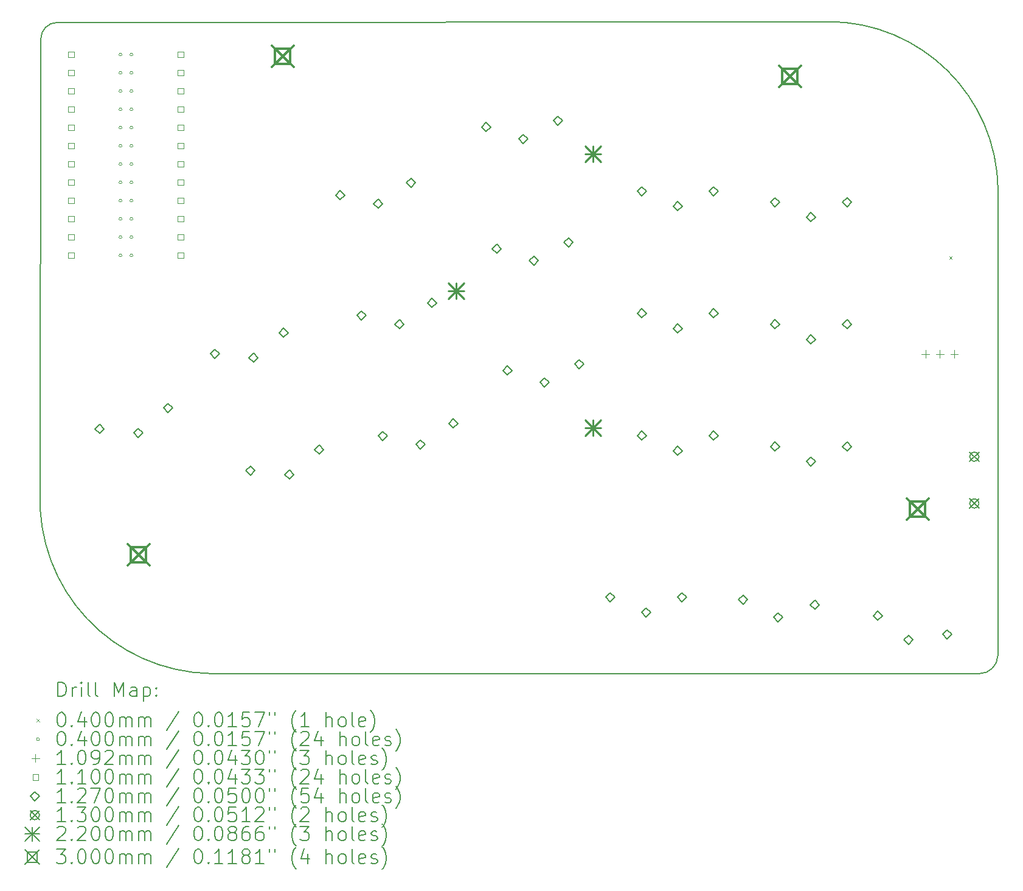
<source format=gbr>
%FSLAX45Y45*%
G04 Gerber Fmt 4.5, Leading zero omitted, Abs format (unit mm)*
G04 Created by KiCad (PCBNEW (6.0.4-0)) date 2022-07-27 11:57:40*
%MOMM*%
%LPD*%
G01*
G04 APERTURE LIST*
%TA.AperFunction,Profile*%
%ADD10C,0.150000*%
%TD*%
%ADD11C,0.200000*%
%ADD12C,0.040000*%
%ADD13C,0.109220*%
%ADD14C,0.110000*%
%ADD15C,0.127000*%
%ADD16C,0.130000*%
%ADD17C,0.220000*%
%ADD18C,0.300000*%
G04 APERTURE END LIST*
D10*
X13637800Y12447790D02*
X2904845Y12436755D01*
X2667000Y5892800D02*
X2676245Y12208155D01*
X16002000Y10109200D02*
G75*
G03*
X13637800Y12447790I-2364200J-25750D01*
G01*
X2667000Y5892800D02*
G75*
G03*
X5029200Y3379408I2415551J-96503D01*
G01*
X15742673Y3376991D02*
G75*
G03*
X16000102Y3632200I-3153J260619D01*
G01*
X16000102Y3632200D02*
X16002000Y10109200D01*
X15742673Y3376992D02*
X5029200Y3379408D01*
X2904845Y12436755D02*
G75*
G03*
X2676245Y12208155I0J-228600D01*
G01*
D11*
D12*
X15323011Y9184592D02*
X15363011Y9144592D01*
X15363011Y9184592D02*
X15323011Y9144592D01*
X3804600Y11988800D02*
G75*
G03*
X3804600Y11988800I-20000J0D01*
G01*
X3804600Y11734800D02*
G75*
G03*
X3804600Y11734800I-20000J0D01*
G01*
X3804600Y11480800D02*
G75*
G03*
X3804600Y11480800I-20000J0D01*
G01*
X3804600Y11226800D02*
G75*
G03*
X3804600Y11226800I-20000J0D01*
G01*
X3804600Y10972800D02*
G75*
G03*
X3804600Y10972800I-20000J0D01*
G01*
X3804600Y10718800D02*
G75*
G03*
X3804600Y10718800I-20000J0D01*
G01*
X3804600Y10464800D02*
G75*
G03*
X3804600Y10464800I-20000J0D01*
G01*
X3804600Y10210800D02*
G75*
G03*
X3804600Y10210800I-20000J0D01*
G01*
X3804600Y9956800D02*
G75*
G03*
X3804600Y9956800I-20000J0D01*
G01*
X3804600Y9702800D02*
G75*
G03*
X3804600Y9702800I-20000J0D01*
G01*
X3804600Y9448800D02*
G75*
G03*
X3804600Y9448800I-20000J0D01*
G01*
X3804600Y9194800D02*
G75*
G03*
X3804600Y9194800I-20000J0D01*
G01*
X3957000Y11988800D02*
G75*
G03*
X3957000Y11988800I-20000J0D01*
G01*
X3957000Y11734800D02*
G75*
G03*
X3957000Y11734800I-20000J0D01*
G01*
X3957000Y11480800D02*
G75*
G03*
X3957000Y11480800I-20000J0D01*
G01*
X3957000Y11226800D02*
G75*
G03*
X3957000Y11226800I-20000J0D01*
G01*
X3957000Y10972800D02*
G75*
G03*
X3957000Y10972800I-20000J0D01*
G01*
X3957000Y10718800D02*
G75*
G03*
X3957000Y10718800I-20000J0D01*
G01*
X3957000Y10464800D02*
G75*
G03*
X3957000Y10464800I-20000J0D01*
G01*
X3957000Y10210800D02*
G75*
G03*
X3957000Y10210800I-20000J0D01*
G01*
X3957000Y9956800D02*
G75*
G03*
X3957000Y9956800I-20000J0D01*
G01*
X3957000Y9702800D02*
G75*
G03*
X3957000Y9702800I-20000J0D01*
G01*
X3957000Y9448800D02*
G75*
G03*
X3957000Y9448800I-20000J0D01*
G01*
X3957000Y9194800D02*
G75*
G03*
X3957000Y9194800I-20000J0D01*
G01*
D13*
X14992400Y7877810D02*
X14992400Y7768590D01*
X14937790Y7823200D02*
X15047010Y7823200D01*
X15192400Y7877810D02*
X15192400Y7768590D01*
X15137790Y7823200D02*
X15247010Y7823200D01*
X15392400Y7877810D02*
X15392400Y7768590D01*
X15337790Y7823200D02*
X15447010Y7823200D01*
D14*
X3137691Y11949909D02*
X3137691Y12027691D01*
X3059909Y12027691D01*
X3059909Y11949909D01*
X3137691Y11949909D01*
X3137691Y11695909D02*
X3137691Y11773691D01*
X3059909Y11773691D01*
X3059909Y11695909D01*
X3137691Y11695909D01*
X3137691Y11441909D02*
X3137691Y11519691D01*
X3059909Y11519691D01*
X3059909Y11441909D01*
X3137691Y11441909D01*
X3137691Y11187909D02*
X3137691Y11265691D01*
X3059909Y11265691D01*
X3059909Y11187909D01*
X3137691Y11187909D01*
X3137691Y10933909D02*
X3137691Y11011691D01*
X3059909Y11011691D01*
X3059909Y10933909D01*
X3137691Y10933909D01*
X3137691Y10679909D02*
X3137691Y10757691D01*
X3059909Y10757691D01*
X3059909Y10679909D01*
X3137691Y10679909D01*
X3137691Y10425909D02*
X3137691Y10503691D01*
X3059909Y10503691D01*
X3059909Y10425909D01*
X3137691Y10425909D01*
X3137691Y10171909D02*
X3137691Y10249691D01*
X3059909Y10249691D01*
X3059909Y10171909D01*
X3137691Y10171909D01*
X3137691Y9917909D02*
X3137691Y9995691D01*
X3059909Y9995691D01*
X3059909Y9917909D01*
X3137691Y9917909D01*
X3137691Y9663909D02*
X3137691Y9741691D01*
X3059909Y9741691D01*
X3059909Y9663909D01*
X3137691Y9663909D01*
X3137691Y9409909D02*
X3137691Y9487691D01*
X3059909Y9487691D01*
X3059909Y9409909D01*
X3137691Y9409909D01*
X3137691Y9155909D02*
X3137691Y9233691D01*
X3059909Y9233691D01*
X3059909Y9155909D01*
X3137691Y9155909D01*
X4661691Y11949909D02*
X4661691Y12027691D01*
X4583909Y12027691D01*
X4583909Y11949909D01*
X4661691Y11949909D01*
X4661691Y11695909D02*
X4661691Y11773691D01*
X4583909Y11773691D01*
X4583909Y11695909D01*
X4661691Y11695909D01*
X4661691Y11441909D02*
X4661691Y11519691D01*
X4583909Y11519691D01*
X4583909Y11441909D01*
X4661691Y11441909D01*
X4661691Y11187909D02*
X4661691Y11265691D01*
X4583909Y11265691D01*
X4583909Y11187909D01*
X4661691Y11187909D01*
X4661691Y10933909D02*
X4661691Y11011691D01*
X4583909Y11011691D01*
X4583909Y10933909D01*
X4661691Y10933909D01*
X4661691Y10679909D02*
X4661691Y10757691D01*
X4583909Y10757691D01*
X4583909Y10679909D01*
X4661691Y10679909D01*
X4661691Y10425909D02*
X4661691Y10503691D01*
X4583909Y10503691D01*
X4583909Y10425909D01*
X4661691Y10425909D01*
X4661691Y10171909D02*
X4661691Y10249691D01*
X4583909Y10249691D01*
X4583909Y10171909D01*
X4661691Y10171909D01*
X4661691Y9917909D02*
X4661691Y9995691D01*
X4583909Y9995691D01*
X4583909Y9917909D01*
X4661691Y9917909D01*
X4661691Y9663909D02*
X4661691Y9741691D01*
X4583909Y9741691D01*
X4583909Y9663909D01*
X4661691Y9663909D01*
X4661691Y9409909D02*
X4661691Y9487691D01*
X4583909Y9487691D01*
X4583909Y9409909D01*
X4661691Y9409909D01*
X4661691Y9155909D02*
X4661691Y9233691D01*
X4583909Y9233691D01*
X4583909Y9155909D01*
X4661691Y9155909D01*
D15*
X3492911Y6719093D02*
X3556411Y6782593D01*
X3492911Y6846093D01*
X3429411Y6782593D01*
X3492911Y6719093D01*
X4032461Y6664455D02*
X4095961Y6727955D01*
X4032461Y6791455D01*
X3968961Y6727955D01*
X4032461Y6664455D01*
X4449215Y7011464D02*
X4512715Y7074964D01*
X4449215Y7138464D01*
X4385715Y7074964D01*
X4449215Y7011464D01*
X5099250Y7763538D02*
X5162750Y7827038D01*
X5099250Y7890538D01*
X5035750Y7827038D01*
X5099250Y7763538D01*
X5596281Y6137820D02*
X5659781Y6201320D01*
X5596281Y6264820D01*
X5532781Y6201320D01*
X5596281Y6137820D01*
X5638800Y7708900D02*
X5702300Y7772400D01*
X5638800Y7835900D01*
X5575300Y7772400D01*
X5638800Y7708900D01*
X6055554Y8055910D02*
X6119054Y8119410D01*
X6055554Y8182910D01*
X5992054Y8119410D01*
X6055554Y8055910D01*
X6135832Y6083182D02*
X6199332Y6146682D01*
X6135832Y6210182D01*
X6072332Y6146682D01*
X6135832Y6083182D01*
X6552586Y6430192D02*
X6616086Y6493692D01*
X6552586Y6557192D01*
X6489086Y6493692D01*
X6552586Y6430192D01*
X6843626Y9970732D02*
X6907126Y10034232D01*
X6843626Y10097732D01*
X6780126Y10034232D01*
X6843626Y9970732D01*
X7138828Y8296559D02*
X7202328Y8360059D01*
X7138828Y8423559D01*
X7075328Y8360059D01*
X7138828Y8296559D01*
X7372496Y9850746D02*
X7435996Y9914246D01*
X7372496Y9977746D01*
X7308996Y9914246D01*
X7372496Y9850746D01*
X7434030Y6622386D02*
X7497530Y6685886D01*
X7434030Y6749386D01*
X7370530Y6685886D01*
X7434030Y6622386D01*
X7667698Y8176573D02*
X7731198Y8240073D01*
X7667698Y8303573D01*
X7604198Y8240073D01*
X7667698Y8176573D01*
X7828434Y10144380D02*
X7891934Y10207880D01*
X7828434Y10271380D01*
X7764934Y10207880D01*
X7828434Y10144380D01*
X7962900Y6502400D02*
X8026400Y6565900D01*
X7962900Y6629400D01*
X7899400Y6565900D01*
X7962900Y6502400D01*
X8123636Y8470207D02*
X8187136Y8533707D01*
X8123636Y8597207D01*
X8060136Y8533707D01*
X8123636Y8470207D01*
X8418838Y6796034D02*
X8482338Y6859534D01*
X8418838Y6923034D01*
X8355338Y6859534D01*
X8418838Y6796034D01*
X8877370Y10919316D02*
X8940870Y10982816D01*
X8877370Y11046316D01*
X8813870Y10982816D01*
X8877370Y10919316D01*
X9025535Y9225785D02*
X9089035Y9289285D01*
X9025535Y9352785D01*
X8962035Y9289285D01*
X9025535Y9225785D01*
X9173700Y7532254D02*
X9237200Y7595754D01*
X9173700Y7659254D01*
X9110200Y7595754D01*
X9173700Y7532254D01*
X9393771Y10753693D02*
X9457271Y10817193D01*
X9393771Y10880693D01*
X9330271Y10817193D01*
X9393771Y10753693D01*
X9541935Y9060162D02*
X9605435Y9123662D01*
X9541935Y9187162D01*
X9478435Y9123662D01*
X9541935Y9060162D01*
X9690100Y7366631D02*
X9753600Y7430131D01*
X9690100Y7493631D01*
X9626600Y7430131D01*
X9690100Y7366631D01*
X9873565Y11006472D02*
X9937065Y11069972D01*
X9873565Y11133472D01*
X9810065Y11069972D01*
X9873565Y11006472D01*
X10021730Y9312941D02*
X10085230Y9376441D01*
X10021730Y9439941D01*
X9958230Y9376441D01*
X10021730Y9312941D01*
X10169895Y7619410D02*
X10233395Y7682910D01*
X10169895Y7746410D01*
X10106395Y7682910D01*
X10169895Y7619410D01*
X10601032Y4375338D02*
X10664532Y4438838D01*
X10601032Y4502338D01*
X10537532Y4438838D01*
X10601032Y4375338D01*
X11041109Y10025102D02*
X11104609Y10088602D01*
X11041109Y10152102D01*
X10977609Y10088602D01*
X11041109Y10025102D01*
X11041109Y8325102D02*
X11104609Y8388602D01*
X11041109Y8452102D01*
X10977609Y8388602D01*
X11041109Y8325102D01*
X11041109Y6625102D02*
X11104609Y6688602D01*
X11041109Y6752102D01*
X10977609Y6688602D01*
X11041109Y6625102D01*
X11101032Y4165338D02*
X11164532Y4228838D01*
X11101032Y4292338D01*
X11037532Y4228838D01*
X11101032Y4165338D01*
X11541109Y9815102D02*
X11604609Y9878602D01*
X11541109Y9942102D01*
X11477609Y9878602D01*
X11541109Y9815102D01*
X11541109Y8115102D02*
X11604609Y8178602D01*
X11541109Y8242102D01*
X11477609Y8178602D01*
X11541109Y8115102D01*
X11541109Y6415102D02*
X11604609Y6478602D01*
X11541109Y6542102D01*
X11477609Y6478602D01*
X11541109Y6415102D01*
X11601032Y4375338D02*
X11664532Y4438838D01*
X11601032Y4502338D01*
X11537532Y4438838D01*
X11601032Y4375338D01*
X12041109Y10025102D02*
X12104609Y10088602D01*
X12041109Y10152102D01*
X11977609Y10088602D01*
X12041109Y10025102D01*
X12041109Y8325102D02*
X12104609Y8388602D01*
X12041109Y8452102D01*
X11977609Y8388602D01*
X12041109Y8325102D01*
X12041109Y6625102D02*
X12104609Y6688602D01*
X12041109Y6752102D01*
X11977609Y6688602D01*
X12041109Y6625102D01*
X12454110Y4342104D02*
X12517610Y4405604D01*
X12454110Y4469104D01*
X12390610Y4405604D01*
X12454110Y4342104D01*
X12898500Y9874300D02*
X12962000Y9937800D01*
X12898500Y10001300D01*
X12835000Y9937800D01*
X12898500Y9874300D01*
X12898500Y8174300D02*
X12962000Y8237800D01*
X12898500Y8301300D01*
X12835000Y8237800D01*
X12898500Y8174300D01*
X12898500Y6474300D02*
X12962000Y6537800D01*
X12898500Y6601300D01*
X12835000Y6537800D01*
X12898500Y6474300D01*
X12938244Y4097737D02*
X13001744Y4161237D01*
X12938244Y4224737D01*
X12874744Y4161237D01*
X12938244Y4097737D01*
X13398500Y9664300D02*
X13462000Y9727800D01*
X13398500Y9791300D01*
X13335000Y9727800D01*
X13398500Y9664300D01*
X13398500Y7964300D02*
X13462000Y8027800D01*
X13398500Y8091300D01*
X13335000Y8027800D01*
X13398500Y7964300D01*
X13398500Y6264300D02*
X13462000Y6327800D01*
X13398500Y6391300D01*
X13335000Y6327800D01*
X13398500Y6264300D01*
X13451675Y4272347D02*
X13515175Y4335847D01*
X13451675Y4399347D01*
X13388175Y4335847D01*
X13451675Y4272347D01*
X13898500Y9874300D02*
X13962000Y9937800D01*
X13898500Y10001300D01*
X13835000Y9937800D01*
X13898500Y9874300D01*
X13898500Y8174300D02*
X13962000Y8237800D01*
X13898500Y8301300D01*
X13835000Y8237800D01*
X13898500Y8174300D01*
X13898500Y6474300D02*
X13962000Y6537800D01*
X13898500Y6601300D01*
X13835000Y6537800D01*
X13898500Y6474300D01*
X14328486Y4118458D02*
X14391986Y4181958D01*
X14328486Y4245458D01*
X14264986Y4181958D01*
X14328486Y4118458D01*
X14757097Y3786204D02*
X14820597Y3849704D01*
X14757097Y3913204D01*
X14693597Y3849704D01*
X14757097Y3786204D01*
X15294412Y3859639D02*
X15357912Y3923139D01*
X15294412Y3986639D01*
X15230912Y3923139D01*
X15294412Y3859639D01*
D16*
X15606800Y6460600D02*
X15736800Y6330600D01*
X15736800Y6460600D02*
X15606800Y6330600D01*
X15736800Y6395600D02*
G75*
G03*
X15736800Y6395600I-65000J0D01*
G01*
X15606800Y5810600D02*
X15736800Y5680600D01*
X15736800Y5810600D02*
X15606800Y5680600D01*
X15736800Y5745600D02*
G75*
G03*
X15736800Y5745600I-65000J0D01*
G01*
D17*
X8348200Y8809500D02*
X8568200Y8589500D01*
X8568200Y8809500D02*
X8348200Y8589500D01*
X8458200Y8809500D02*
X8458200Y8589500D01*
X8348200Y8699500D02*
X8568200Y8699500D01*
X10253200Y10714500D02*
X10473200Y10494500D01*
X10473200Y10714500D02*
X10253200Y10494500D01*
X10363200Y10714500D02*
X10363200Y10494500D01*
X10253200Y10604500D02*
X10473200Y10604500D01*
X10253200Y6904500D02*
X10473200Y6684500D01*
X10473200Y6904500D02*
X10253200Y6684500D01*
X10363200Y6904500D02*
X10363200Y6684500D01*
X10253200Y6794500D02*
X10473200Y6794500D01*
D18*
X3888600Y5179200D02*
X4188600Y4879200D01*
X4188600Y5179200D02*
X3888600Y4879200D01*
X4144667Y4923133D02*
X4144667Y5135267D01*
X3932533Y5135267D01*
X3932533Y4923133D01*
X4144667Y4923133D01*
X5895200Y12113400D02*
X6195200Y11813400D01*
X6195200Y12113400D02*
X5895200Y11813400D01*
X6151267Y11857333D02*
X6151267Y12069467D01*
X5939133Y12069467D01*
X5939133Y11857333D01*
X6151267Y11857333D01*
X12956400Y11834000D02*
X13256400Y11534000D01*
X13256400Y11834000D02*
X12956400Y11534000D01*
X13212467Y11577933D02*
X13212467Y11790067D01*
X13000333Y11790067D01*
X13000333Y11577933D01*
X13212467Y11577933D01*
X14734400Y5814200D02*
X15034400Y5514200D01*
X15034400Y5814200D02*
X14734400Y5514200D01*
X14990467Y5558133D02*
X14990467Y5770267D01*
X14778333Y5770267D01*
X14778333Y5558133D01*
X14990467Y5558133D01*
D11*
X2915192Y3059016D02*
X2915192Y3259016D01*
X2962811Y3259016D01*
X2991383Y3249492D01*
X3010430Y3230444D01*
X3019954Y3211397D01*
X3029478Y3173301D01*
X3029478Y3144730D01*
X3019954Y3106635D01*
X3010430Y3087587D01*
X2991383Y3068539D01*
X2962811Y3059016D01*
X2915192Y3059016D01*
X3115192Y3059016D02*
X3115192Y3192349D01*
X3115192Y3154254D02*
X3124716Y3173301D01*
X3134240Y3182825D01*
X3153287Y3192349D01*
X3172335Y3192349D01*
X3239002Y3059016D02*
X3239002Y3192349D01*
X3239002Y3259016D02*
X3229478Y3249492D01*
X3239002Y3239968D01*
X3248526Y3249492D01*
X3239002Y3259016D01*
X3239002Y3239968D01*
X3362811Y3059016D02*
X3343764Y3068539D01*
X3334240Y3087587D01*
X3334240Y3259016D01*
X3467573Y3059016D02*
X3448526Y3068539D01*
X3439002Y3087587D01*
X3439002Y3259016D01*
X3696145Y3059016D02*
X3696145Y3259016D01*
X3762811Y3116158D01*
X3829478Y3259016D01*
X3829478Y3059016D01*
X4010430Y3059016D02*
X4010430Y3163778D01*
X4000907Y3182825D01*
X3981859Y3192349D01*
X3943764Y3192349D01*
X3924716Y3182825D01*
X4010430Y3068539D02*
X3991383Y3059016D01*
X3943764Y3059016D01*
X3924716Y3068539D01*
X3915192Y3087587D01*
X3915192Y3106635D01*
X3924716Y3125682D01*
X3943764Y3135206D01*
X3991383Y3135206D01*
X4010430Y3144730D01*
X4105668Y3192349D02*
X4105668Y2992349D01*
X4105668Y3182825D02*
X4124716Y3192349D01*
X4162811Y3192349D01*
X4181859Y3182825D01*
X4191383Y3173301D01*
X4200907Y3154254D01*
X4200907Y3097111D01*
X4191383Y3078063D01*
X4181859Y3068539D01*
X4162811Y3059016D01*
X4124716Y3059016D01*
X4105668Y3068539D01*
X4286621Y3078063D02*
X4296145Y3068539D01*
X4286621Y3059016D01*
X4277097Y3068539D01*
X4286621Y3078063D01*
X4286621Y3059016D01*
X4286621Y3182825D02*
X4296145Y3173301D01*
X4286621Y3163778D01*
X4277097Y3173301D01*
X4286621Y3182825D01*
X4286621Y3163778D01*
D12*
X2617573Y2749492D02*
X2657573Y2709492D01*
X2657573Y2749492D02*
X2617573Y2709492D01*
D11*
X2953287Y2839016D02*
X2972335Y2839016D01*
X2991383Y2829492D01*
X3000907Y2819968D01*
X3010430Y2800920D01*
X3019954Y2762825D01*
X3019954Y2715206D01*
X3010430Y2677111D01*
X3000907Y2658063D01*
X2991383Y2648540D01*
X2972335Y2639016D01*
X2953287Y2639016D01*
X2934240Y2648540D01*
X2924716Y2658063D01*
X2915192Y2677111D01*
X2905668Y2715206D01*
X2905668Y2762825D01*
X2915192Y2800920D01*
X2924716Y2819968D01*
X2934240Y2829492D01*
X2953287Y2839016D01*
X3105668Y2658063D02*
X3115192Y2648540D01*
X3105668Y2639016D01*
X3096145Y2648540D01*
X3105668Y2658063D01*
X3105668Y2639016D01*
X3286621Y2772349D02*
X3286621Y2639016D01*
X3239002Y2848539D02*
X3191383Y2705682D01*
X3315192Y2705682D01*
X3429478Y2839016D02*
X3448526Y2839016D01*
X3467573Y2829492D01*
X3477097Y2819968D01*
X3486621Y2800920D01*
X3496145Y2762825D01*
X3496145Y2715206D01*
X3486621Y2677111D01*
X3477097Y2658063D01*
X3467573Y2648540D01*
X3448526Y2639016D01*
X3429478Y2639016D01*
X3410430Y2648540D01*
X3400907Y2658063D01*
X3391383Y2677111D01*
X3381859Y2715206D01*
X3381859Y2762825D01*
X3391383Y2800920D01*
X3400907Y2819968D01*
X3410430Y2829492D01*
X3429478Y2839016D01*
X3619954Y2839016D02*
X3639002Y2839016D01*
X3658049Y2829492D01*
X3667573Y2819968D01*
X3677097Y2800920D01*
X3686621Y2762825D01*
X3686621Y2715206D01*
X3677097Y2677111D01*
X3667573Y2658063D01*
X3658049Y2648540D01*
X3639002Y2639016D01*
X3619954Y2639016D01*
X3600907Y2648540D01*
X3591383Y2658063D01*
X3581859Y2677111D01*
X3572335Y2715206D01*
X3572335Y2762825D01*
X3581859Y2800920D01*
X3591383Y2819968D01*
X3600907Y2829492D01*
X3619954Y2839016D01*
X3772335Y2639016D02*
X3772335Y2772349D01*
X3772335Y2753301D02*
X3781859Y2762825D01*
X3800907Y2772349D01*
X3829478Y2772349D01*
X3848526Y2762825D01*
X3858049Y2743778D01*
X3858049Y2639016D01*
X3858049Y2743778D02*
X3867573Y2762825D01*
X3886621Y2772349D01*
X3915192Y2772349D01*
X3934240Y2762825D01*
X3943764Y2743778D01*
X3943764Y2639016D01*
X4039002Y2639016D02*
X4039002Y2772349D01*
X4039002Y2753301D02*
X4048526Y2762825D01*
X4067573Y2772349D01*
X4096145Y2772349D01*
X4115192Y2762825D01*
X4124716Y2743778D01*
X4124716Y2639016D01*
X4124716Y2743778D02*
X4134240Y2762825D01*
X4153287Y2772349D01*
X4181859Y2772349D01*
X4200907Y2762825D01*
X4210430Y2743778D01*
X4210430Y2639016D01*
X4600907Y2848539D02*
X4429478Y2591397D01*
X4858049Y2839016D02*
X4877097Y2839016D01*
X4896145Y2829492D01*
X4905669Y2819968D01*
X4915192Y2800920D01*
X4924716Y2762825D01*
X4924716Y2715206D01*
X4915192Y2677111D01*
X4905669Y2658063D01*
X4896145Y2648540D01*
X4877097Y2639016D01*
X4858049Y2639016D01*
X4839002Y2648540D01*
X4829478Y2658063D01*
X4819954Y2677111D01*
X4810430Y2715206D01*
X4810430Y2762825D01*
X4819954Y2800920D01*
X4829478Y2819968D01*
X4839002Y2829492D01*
X4858049Y2839016D01*
X5010430Y2658063D02*
X5019954Y2648540D01*
X5010430Y2639016D01*
X5000907Y2648540D01*
X5010430Y2658063D01*
X5010430Y2639016D01*
X5143764Y2839016D02*
X5162811Y2839016D01*
X5181859Y2829492D01*
X5191383Y2819968D01*
X5200907Y2800920D01*
X5210430Y2762825D01*
X5210430Y2715206D01*
X5200907Y2677111D01*
X5191383Y2658063D01*
X5181859Y2648540D01*
X5162811Y2639016D01*
X5143764Y2639016D01*
X5124716Y2648540D01*
X5115192Y2658063D01*
X5105669Y2677111D01*
X5096145Y2715206D01*
X5096145Y2762825D01*
X5105669Y2800920D01*
X5115192Y2819968D01*
X5124716Y2829492D01*
X5143764Y2839016D01*
X5400907Y2639016D02*
X5286621Y2639016D01*
X5343764Y2639016D02*
X5343764Y2839016D01*
X5324716Y2810444D01*
X5305669Y2791397D01*
X5286621Y2781873D01*
X5581859Y2839016D02*
X5486621Y2839016D01*
X5477097Y2743778D01*
X5486621Y2753301D01*
X5505669Y2762825D01*
X5553288Y2762825D01*
X5572335Y2753301D01*
X5581859Y2743778D01*
X5591383Y2724730D01*
X5591383Y2677111D01*
X5581859Y2658063D01*
X5572335Y2648540D01*
X5553288Y2639016D01*
X5505669Y2639016D01*
X5486621Y2648540D01*
X5477097Y2658063D01*
X5658049Y2839016D02*
X5791383Y2839016D01*
X5705668Y2639016D01*
X5858049Y2839016D02*
X5858049Y2800920D01*
X5934240Y2839016D02*
X5934240Y2800920D01*
X6229478Y2562825D02*
X6219954Y2572349D01*
X6200907Y2600920D01*
X6191383Y2619968D01*
X6181859Y2648540D01*
X6172335Y2696159D01*
X6172335Y2734254D01*
X6181859Y2781873D01*
X6191383Y2810444D01*
X6200907Y2829492D01*
X6219954Y2858063D01*
X6229478Y2867587D01*
X6410430Y2639016D02*
X6296145Y2639016D01*
X6353287Y2639016D02*
X6353287Y2839016D01*
X6334240Y2810444D01*
X6315192Y2791397D01*
X6296145Y2781873D01*
X6648526Y2639016D02*
X6648526Y2839016D01*
X6734240Y2639016D02*
X6734240Y2743778D01*
X6724716Y2762825D01*
X6705668Y2772349D01*
X6677097Y2772349D01*
X6658049Y2762825D01*
X6648526Y2753301D01*
X6858049Y2639016D02*
X6839002Y2648540D01*
X6829478Y2658063D01*
X6819954Y2677111D01*
X6819954Y2734254D01*
X6829478Y2753301D01*
X6839002Y2762825D01*
X6858049Y2772349D01*
X6886621Y2772349D01*
X6905668Y2762825D01*
X6915192Y2753301D01*
X6924716Y2734254D01*
X6924716Y2677111D01*
X6915192Y2658063D01*
X6905668Y2648540D01*
X6886621Y2639016D01*
X6858049Y2639016D01*
X7039002Y2639016D02*
X7019954Y2648540D01*
X7010430Y2667587D01*
X7010430Y2839016D01*
X7191383Y2648540D02*
X7172335Y2639016D01*
X7134240Y2639016D01*
X7115192Y2648540D01*
X7105668Y2667587D01*
X7105668Y2743778D01*
X7115192Y2762825D01*
X7134240Y2772349D01*
X7172335Y2772349D01*
X7191383Y2762825D01*
X7200907Y2743778D01*
X7200907Y2724730D01*
X7105668Y2705682D01*
X7267573Y2562825D02*
X7277097Y2572349D01*
X7296145Y2600920D01*
X7305668Y2619968D01*
X7315192Y2648540D01*
X7324716Y2696159D01*
X7324716Y2734254D01*
X7315192Y2781873D01*
X7305668Y2810444D01*
X7296145Y2829492D01*
X7277097Y2858063D01*
X7267573Y2867587D01*
D12*
X2657573Y2465492D02*
G75*
G03*
X2657573Y2465492I-20000J0D01*
G01*
D11*
X2953287Y2575016D02*
X2972335Y2575016D01*
X2991383Y2565492D01*
X3000907Y2555968D01*
X3010430Y2536920D01*
X3019954Y2498825D01*
X3019954Y2451206D01*
X3010430Y2413111D01*
X3000907Y2394063D01*
X2991383Y2384540D01*
X2972335Y2375016D01*
X2953287Y2375016D01*
X2934240Y2384540D01*
X2924716Y2394063D01*
X2915192Y2413111D01*
X2905668Y2451206D01*
X2905668Y2498825D01*
X2915192Y2536920D01*
X2924716Y2555968D01*
X2934240Y2565492D01*
X2953287Y2575016D01*
X3105668Y2394063D02*
X3115192Y2384540D01*
X3105668Y2375016D01*
X3096145Y2384540D01*
X3105668Y2394063D01*
X3105668Y2375016D01*
X3286621Y2508349D02*
X3286621Y2375016D01*
X3239002Y2584540D02*
X3191383Y2441682D01*
X3315192Y2441682D01*
X3429478Y2575016D02*
X3448526Y2575016D01*
X3467573Y2565492D01*
X3477097Y2555968D01*
X3486621Y2536920D01*
X3496145Y2498825D01*
X3496145Y2451206D01*
X3486621Y2413111D01*
X3477097Y2394063D01*
X3467573Y2384540D01*
X3448526Y2375016D01*
X3429478Y2375016D01*
X3410430Y2384540D01*
X3400907Y2394063D01*
X3391383Y2413111D01*
X3381859Y2451206D01*
X3381859Y2498825D01*
X3391383Y2536920D01*
X3400907Y2555968D01*
X3410430Y2565492D01*
X3429478Y2575016D01*
X3619954Y2575016D02*
X3639002Y2575016D01*
X3658049Y2565492D01*
X3667573Y2555968D01*
X3677097Y2536920D01*
X3686621Y2498825D01*
X3686621Y2451206D01*
X3677097Y2413111D01*
X3667573Y2394063D01*
X3658049Y2384540D01*
X3639002Y2375016D01*
X3619954Y2375016D01*
X3600907Y2384540D01*
X3591383Y2394063D01*
X3581859Y2413111D01*
X3572335Y2451206D01*
X3572335Y2498825D01*
X3581859Y2536920D01*
X3591383Y2555968D01*
X3600907Y2565492D01*
X3619954Y2575016D01*
X3772335Y2375016D02*
X3772335Y2508349D01*
X3772335Y2489301D02*
X3781859Y2498825D01*
X3800907Y2508349D01*
X3829478Y2508349D01*
X3848526Y2498825D01*
X3858049Y2479778D01*
X3858049Y2375016D01*
X3858049Y2479778D02*
X3867573Y2498825D01*
X3886621Y2508349D01*
X3915192Y2508349D01*
X3934240Y2498825D01*
X3943764Y2479778D01*
X3943764Y2375016D01*
X4039002Y2375016D02*
X4039002Y2508349D01*
X4039002Y2489301D02*
X4048526Y2498825D01*
X4067573Y2508349D01*
X4096145Y2508349D01*
X4115192Y2498825D01*
X4124716Y2479778D01*
X4124716Y2375016D01*
X4124716Y2479778D02*
X4134240Y2498825D01*
X4153287Y2508349D01*
X4181859Y2508349D01*
X4200907Y2498825D01*
X4210430Y2479778D01*
X4210430Y2375016D01*
X4600907Y2584540D02*
X4429478Y2327397D01*
X4858049Y2575016D02*
X4877097Y2575016D01*
X4896145Y2565492D01*
X4905669Y2555968D01*
X4915192Y2536920D01*
X4924716Y2498825D01*
X4924716Y2451206D01*
X4915192Y2413111D01*
X4905669Y2394063D01*
X4896145Y2384540D01*
X4877097Y2375016D01*
X4858049Y2375016D01*
X4839002Y2384540D01*
X4829478Y2394063D01*
X4819954Y2413111D01*
X4810430Y2451206D01*
X4810430Y2498825D01*
X4819954Y2536920D01*
X4829478Y2555968D01*
X4839002Y2565492D01*
X4858049Y2575016D01*
X5010430Y2394063D02*
X5019954Y2384540D01*
X5010430Y2375016D01*
X5000907Y2384540D01*
X5010430Y2394063D01*
X5010430Y2375016D01*
X5143764Y2575016D02*
X5162811Y2575016D01*
X5181859Y2565492D01*
X5191383Y2555968D01*
X5200907Y2536920D01*
X5210430Y2498825D01*
X5210430Y2451206D01*
X5200907Y2413111D01*
X5191383Y2394063D01*
X5181859Y2384540D01*
X5162811Y2375016D01*
X5143764Y2375016D01*
X5124716Y2384540D01*
X5115192Y2394063D01*
X5105669Y2413111D01*
X5096145Y2451206D01*
X5096145Y2498825D01*
X5105669Y2536920D01*
X5115192Y2555968D01*
X5124716Y2565492D01*
X5143764Y2575016D01*
X5400907Y2375016D02*
X5286621Y2375016D01*
X5343764Y2375016D02*
X5343764Y2575016D01*
X5324716Y2546444D01*
X5305669Y2527397D01*
X5286621Y2517873D01*
X5581859Y2575016D02*
X5486621Y2575016D01*
X5477097Y2479778D01*
X5486621Y2489301D01*
X5505669Y2498825D01*
X5553288Y2498825D01*
X5572335Y2489301D01*
X5581859Y2479778D01*
X5591383Y2460730D01*
X5591383Y2413111D01*
X5581859Y2394063D01*
X5572335Y2384540D01*
X5553288Y2375016D01*
X5505669Y2375016D01*
X5486621Y2384540D01*
X5477097Y2394063D01*
X5658049Y2575016D02*
X5791383Y2575016D01*
X5705668Y2375016D01*
X5858049Y2575016D02*
X5858049Y2536920D01*
X5934240Y2575016D02*
X5934240Y2536920D01*
X6229478Y2298825D02*
X6219954Y2308349D01*
X6200907Y2336920D01*
X6191383Y2355968D01*
X6181859Y2384540D01*
X6172335Y2432159D01*
X6172335Y2470254D01*
X6181859Y2517873D01*
X6191383Y2546444D01*
X6200907Y2565492D01*
X6219954Y2594063D01*
X6229478Y2603587D01*
X6296145Y2555968D02*
X6305668Y2565492D01*
X6324716Y2575016D01*
X6372335Y2575016D01*
X6391383Y2565492D01*
X6400907Y2555968D01*
X6410430Y2536920D01*
X6410430Y2517873D01*
X6400907Y2489301D01*
X6286621Y2375016D01*
X6410430Y2375016D01*
X6581859Y2508349D02*
X6581859Y2375016D01*
X6534240Y2584540D02*
X6486621Y2441682D01*
X6610430Y2441682D01*
X6839002Y2375016D02*
X6839002Y2575016D01*
X6924716Y2375016D02*
X6924716Y2479778D01*
X6915192Y2498825D01*
X6896145Y2508349D01*
X6867573Y2508349D01*
X6848526Y2498825D01*
X6839002Y2489301D01*
X7048526Y2375016D02*
X7029478Y2384540D01*
X7019954Y2394063D01*
X7010430Y2413111D01*
X7010430Y2470254D01*
X7019954Y2489301D01*
X7029478Y2498825D01*
X7048526Y2508349D01*
X7077097Y2508349D01*
X7096145Y2498825D01*
X7105668Y2489301D01*
X7115192Y2470254D01*
X7115192Y2413111D01*
X7105668Y2394063D01*
X7096145Y2384540D01*
X7077097Y2375016D01*
X7048526Y2375016D01*
X7229478Y2375016D02*
X7210430Y2384540D01*
X7200907Y2403587D01*
X7200907Y2575016D01*
X7381859Y2384540D02*
X7362811Y2375016D01*
X7324716Y2375016D01*
X7305668Y2384540D01*
X7296145Y2403587D01*
X7296145Y2479778D01*
X7305668Y2498825D01*
X7324716Y2508349D01*
X7362811Y2508349D01*
X7381859Y2498825D01*
X7391383Y2479778D01*
X7391383Y2460730D01*
X7296145Y2441682D01*
X7467573Y2384540D02*
X7486621Y2375016D01*
X7524716Y2375016D01*
X7543764Y2384540D01*
X7553287Y2403587D01*
X7553287Y2413111D01*
X7543764Y2432159D01*
X7524716Y2441682D01*
X7496145Y2441682D01*
X7477097Y2451206D01*
X7467573Y2470254D01*
X7467573Y2479778D01*
X7477097Y2498825D01*
X7496145Y2508349D01*
X7524716Y2508349D01*
X7543764Y2498825D01*
X7619954Y2298825D02*
X7629478Y2308349D01*
X7648526Y2336920D01*
X7658049Y2355968D01*
X7667573Y2384540D01*
X7677097Y2432159D01*
X7677097Y2470254D01*
X7667573Y2517873D01*
X7658049Y2546444D01*
X7648526Y2565492D01*
X7629478Y2594063D01*
X7619954Y2603587D01*
D13*
X2602963Y2256102D02*
X2602963Y2146882D01*
X2548353Y2201492D02*
X2657573Y2201492D01*
D11*
X3019954Y2111016D02*
X2905668Y2111016D01*
X2962811Y2111016D02*
X2962811Y2311016D01*
X2943764Y2282444D01*
X2924716Y2263397D01*
X2905668Y2253873D01*
X3105668Y2130063D02*
X3115192Y2120540D01*
X3105668Y2111016D01*
X3096145Y2120540D01*
X3105668Y2130063D01*
X3105668Y2111016D01*
X3239002Y2311016D02*
X3258049Y2311016D01*
X3277097Y2301492D01*
X3286621Y2291968D01*
X3296145Y2272920D01*
X3305668Y2234825D01*
X3305668Y2187206D01*
X3296145Y2149111D01*
X3286621Y2130063D01*
X3277097Y2120540D01*
X3258049Y2111016D01*
X3239002Y2111016D01*
X3219954Y2120540D01*
X3210430Y2130063D01*
X3200907Y2149111D01*
X3191383Y2187206D01*
X3191383Y2234825D01*
X3200907Y2272920D01*
X3210430Y2291968D01*
X3219954Y2301492D01*
X3239002Y2311016D01*
X3400907Y2111016D02*
X3439002Y2111016D01*
X3458049Y2120540D01*
X3467573Y2130063D01*
X3486621Y2158635D01*
X3496145Y2196730D01*
X3496145Y2272920D01*
X3486621Y2291968D01*
X3477097Y2301492D01*
X3458049Y2311016D01*
X3419954Y2311016D01*
X3400907Y2301492D01*
X3391383Y2291968D01*
X3381859Y2272920D01*
X3381859Y2225301D01*
X3391383Y2206254D01*
X3400907Y2196730D01*
X3419954Y2187206D01*
X3458049Y2187206D01*
X3477097Y2196730D01*
X3486621Y2206254D01*
X3496145Y2225301D01*
X3572335Y2291968D02*
X3581859Y2301492D01*
X3600907Y2311016D01*
X3648526Y2311016D01*
X3667573Y2301492D01*
X3677097Y2291968D01*
X3686621Y2272920D01*
X3686621Y2253873D01*
X3677097Y2225301D01*
X3562811Y2111016D01*
X3686621Y2111016D01*
X3772335Y2111016D02*
X3772335Y2244349D01*
X3772335Y2225301D02*
X3781859Y2234825D01*
X3800907Y2244349D01*
X3829478Y2244349D01*
X3848526Y2234825D01*
X3858049Y2215778D01*
X3858049Y2111016D01*
X3858049Y2215778D02*
X3867573Y2234825D01*
X3886621Y2244349D01*
X3915192Y2244349D01*
X3934240Y2234825D01*
X3943764Y2215778D01*
X3943764Y2111016D01*
X4039002Y2111016D02*
X4039002Y2244349D01*
X4039002Y2225301D02*
X4048526Y2234825D01*
X4067573Y2244349D01*
X4096145Y2244349D01*
X4115192Y2234825D01*
X4124716Y2215778D01*
X4124716Y2111016D01*
X4124716Y2215778D02*
X4134240Y2234825D01*
X4153287Y2244349D01*
X4181859Y2244349D01*
X4200907Y2234825D01*
X4210430Y2215778D01*
X4210430Y2111016D01*
X4600907Y2320540D02*
X4429478Y2063397D01*
X4858049Y2311016D02*
X4877097Y2311016D01*
X4896145Y2301492D01*
X4905669Y2291968D01*
X4915192Y2272920D01*
X4924716Y2234825D01*
X4924716Y2187206D01*
X4915192Y2149111D01*
X4905669Y2130063D01*
X4896145Y2120540D01*
X4877097Y2111016D01*
X4858049Y2111016D01*
X4839002Y2120540D01*
X4829478Y2130063D01*
X4819954Y2149111D01*
X4810430Y2187206D01*
X4810430Y2234825D01*
X4819954Y2272920D01*
X4829478Y2291968D01*
X4839002Y2301492D01*
X4858049Y2311016D01*
X5010430Y2130063D02*
X5019954Y2120540D01*
X5010430Y2111016D01*
X5000907Y2120540D01*
X5010430Y2130063D01*
X5010430Y2111016D01*
X5143764Y2311016D02*
X5162811Y2311016D01*
X5181859Y2301492D01*
X5191383Y2291968D01*
X5200907Y2272920D01*
X5210430Y2234825D01*
X5210430Y2187206D01*
X5200907Y2149111D01*
X5191383Y2130063D01*
X5181859Y2120540D01*
X5162811Y2111016D01*
X5143764Y2111016D01*
X5124716Y2120540D01*
X5115192Y2130063D01*
X5105669Y2149111D01*
X5096145Y2187206D01*
X5096145Y2234825D01*
X5105669Y2272920D01*
X5115192Y2291968D01*
X5124716Y2301492D01*
X5143764Y2311016D01*
X5381859Y2244349D02*
X5381859Y2111016D01*
X5334240Y2320540D02*
X5286621Y2177682D01*
X5410430Y2177682D01*
X5467573Y2311016D02*
X5591383Y2311016D01*
X5524716Y2234825D01*
X5553288Y2234825D01*
X5572335Y2225301D01*
X5581859Y2215778D01*
X5591383Y2196730D01*
X5591383Y2149111D01*
X5581859Y2130063D01*
X5572335Y2120540D01*
X5553288Y2111016D01*
X5496145Y2111016D01*
X5477097Y2120540D01*
X5467573Y2130063D01*
X5715192Y2311016D02*
X5734240Y2311016D01*
X5753287Y2301492D01*
X5762811Y2291968D01*
X5772335Y2272920D01*
X5781859Y2234825D01*
X5781859Y2187206D01*
X5772335Y2149111D01*
X5762811Y2130063D01*
X5753287Y2120540D01*
X5734240Y2111016D01*
X5715192Y2111016D01*
X5696145Y2120540D01*
X5686621Y2130063D01*
X5677097Y2149111D01*
X5667573Y2187206D01*
X5667573Y2234825D01*
X5677097Y2272920D01*
X5686621Y2291968D01*
X5696145Y2301492D01*
X5715192Y2311016D01*
X5858049Y2311016D02*
X5858049Y2272920D01*
X5934240Y2311016D02*
X5934240Y2272920D01*
X6229478Y2034825D02*
X6219954Y2044349D01*
X6200907Y2072920D01*
X6191383Y2091968D01*
X6181859Y2120540D01*
X6172335Y2168159D01*
X6172335Y2206254D01*
X6181859Y2253873D01*
X6191383Y2282444D01*
X6200907Y2301492D01*
X6219954Y2330063D01*
X6229478Y2339587D01*
X6286621Y2311016D02*
X6410430Y2311016D01*
X6343764Y2234825D01*
X6372335Y2234825D01*
X6391383Y2225301D01*
X6400907Y2215778D01*
X6410430Y2196730D01*
X6410430Y2149111D01*
X6400907Y2130063D01*
X6391383Y2120540D01*
X6372335Y2111016D01*
X6315192Y2111016D01*
X6296145Y2120540D01*
X6286621Y2130063D01*
X6648526Y2111016D02*
X6648526Y2311016D01*
X6734240Y2111016D02*
X6734240Y2215778D01*
X6724716Y2234825D01*
X6705668Y2244349D01*
X6677097Y2244349D01*
X6658049Y2234825D01*
X6648526Y2225301D01*
X6858049Y2111016D02*
X6839002Y2120540D01*
X6829478Y2130063D01*
X6819954Y2149111D01*
X6819954Y2206254D01*
X6829478Y2225301D01*
X6839002Y2234825D01*
X6858049Y2244349D01*
X6886621Y2244349D01*
X6905668Y2234825D01*
X6915192Y2225301D01*
X6924716Y2206254D01*
X6924716Y2149111D01*
X6915192Y2130063D01*
X6905668Y2120540D01*
X6886621Y2111016D01*
X6858049Y2111016D01*
X7039002Y2111016D02*
X7019954Y2120540D01*
X7010430Y2139587D01*
X7010430Y2311016D01*
X7191383Y2120540D02*
X7172335Y2111016D01*
X7134240Y2111016D01*
X7115192Y2120540D01*
X7105668Y2139587D01*
X7105668Y2215778D01*
X7115192Y2234825D01*
X7134240Y2244349D01*
X7172335Y2244349D01*
X7191383Y2234825D01*
X7200907Y2215778D01*
X7200907Y2196730D01*
X7105668Y2177682D01*
X7277097Y2120540D02*
X7296145Y2111016D01*
X7334240Y2111016D01*
X7353287Y2120540D01*
X7362811Y2139587D01*
X7362811Y2149111D01*
X7353287Y2168159D01*
X7334240Y2177682D01*
X7305668Y2177682D01*
X7286621Y2187206D01*
X7277097Y2206254D01*
X7277097Y2215778D01*
X7286621Y2234825D01*
X7305668Y2244349D01*
X7334240Y2244349D01*
X7353287Y2234825D01*
X7429478Y2034825D02*
X7439002Y2044349D01*
X7458049Y2072920D01*
X7467573Y2091968D01*
X7477097Y2120540D01*
X7486621Y2168159D01*
X7486621Y2206254D01*
X7477097Y2253873D01*
X7467573Y2282444D01*
X7458049Y2301492D01*
X7439002Y2330063D01*
X7429478Y2339587D01*
D14*
X2641465Y1898601D02*
X2641465Y1976383D01*
X2563682Y1976383D01*
X2563682Y1898601D01*
X2641465Y1898601D01*
D11*
X3019954Y1847016D02*
X2905668Y1847016D01*
X2962811Y1847016D02*
X2962811Y2047016D01*
X2943764Y2018444D01*
X2924716Y1999397D01*
X2905668Y1989873D01*
X3105668Y1866063D02*
X3115192Y1856539D01*
X3105668Y1847016D01*
X3096145Y1856539D01*
X3105668Y1866063D01*
X3105668Y1847016D01*
X3305668Y1847016D02*
X3191383Y1847016D01*
X3248526Y1847016D02*
X3248526Y2047016D01*
X3229478Y2018444D01*
X3210430Y1999397D01*
X3191383Y1989873D01*
X3429478Y2047016D02*
X3448526Y2047016D01*
X3467573Y2037492D01*
X3477097Y2027968D01*
X3486621Y2008920D01*
X3496145Y1970825D01*
X3496145Y1923206D01*
X3486621Y1885111D01*
X3477097Y1866063D01*
X3467573Y1856539D01*
X3448526Y1847016D01*
X3429478Y1847016D01*
X3410430Y1856539D01*
X3400907Y1866063D01*
X3391383Y1885111D01*
X3381859Y1923206D01*
X3381859Y1970825D01*
X3391383Y2008920D01*
X3400907Y2027968D01*
X3410430Y2037492D01*
X3429478Y2047016D01*
X3619954Y2047016D02*
X3639002Y2047016D01*
X3658049Y2037492D01*
X3667573Y2027968D01*
X3677097Y2008920D01*
X3686621Y1970825D01*
X3686621Y1923206D01*
X3677097Y1885111D01*
X3667573Y1866063D01*
X3658049Y1856539D01*
X3639002Y1847016D01*
X3619954Y1847016D01*
X3600907Y1856539D01*
X3591383Y1866063D01*
X3581859Y1885111D01*
X3572335Y1923206D01*
X3572335Y1970825D01*
X3581859Y2008920D01*
X3591383Y2027968D01*
X3600907Y2037492D01*
X3619954Y2047016D01*
X3772335Y1847016D02*
X3772335Y1980349D01*
X3772335Y1961301D02*
X3781859Y1970825D01*
X3800907Y1980349D01*
X3829478Y1980349D01*
X3848526Y1970825D01*
X3858049Y1951778D01*
X3858049Y1847016D01*
X3858049Y1951778D02*
X3867573Y1970825D01*
X3886621Y1980349D01*
X3915192Y1980349D01*
X3934240Y1970825D01*
X3943764Y1951778D01*
X3943764Y1847016D01*
X4039002Y1847016D02*
X4039002Y1980349D01*
X4039002Y1961301D02*
X4048526Y1970825D01*
X4067573Y1980349D01*
X4096145Y1980349D01*
X4115192Y1970825D01*
X4124716Y1951778D01*
X4124716Y1847016D01*
X4124716Y1951778D02*
X4134240Y1970825D01*
X4153287Y1980349D01*
X4181859Y1980349D01*
X4200907Y1970825D01*
X4210430Y1951778D01*
X4210430Y1847016D01*
X4600907Y2056539D02*
X4429478Y1799397D01*
X4858049Y2047016D02*
X4877097Y2047016D01*
X4896145Y2037492D01*
X4905669Y2027968D01*
X4915192Y2008920D01*
X4924716Y1970825D01*
X4924716Y1923206D01*
X4915192Y1885111D01*
X4905669Y1866063D01*
X4896145Y1856539D01*
X4877097Y1847016D01*
X4858049Y1847016D01*
X4839002Y1856539D01*
X4829478Y1866063D01*
X4819954Y1885111D01*
X4810430Y1923206D01*
X4810430Y1970825D01*
X4819954Y2008920D01*
X4829478Y2027968D01*
X4839002Y2037492D01*
X4858049Y2047016D01*
X5010430Y1866063D02*
X5019954Y1856539D01*
X5010430Y1847016D01*
X5000907Y1856539D01*
X5010430Y1866063D01*
X5010430Y1847016D01*
X5143764Y2047016D02*
X5162811Y2047016D01*
X5181859Y2037492D01*
X5191383Y2027968D01*
X5200907Y2008920D01*
X5210430Y1970825D01*
X5210430Y1923206D01*
X5200907Y1885111D01*
X5191383Y1866063D01*
X5181859Y1856539D01*
X5162811Y1847016D01*
X5143764Y1847016D01*
X5124716Y1856539D01*
X5115192Y1866063D01*
X5105669Y1885111D01*
X5096145Y1923206D01*
X5096145Y1970825D01*
X5105669Y2008920D01*
X5115192Y2027968D01*
X5124716Y2037492D01*
X5143764Y2047016D01*
X5381859Y1980349D02*
X5381859Y1847016D01*
X5334240Y2056539D02*
X5286621Y1913682D01*
X5410430Y1913682D01*
X5467573Y2047016D02*
X5591383Y2047016D01*
X5524716Y1970825D01*
X5553288Y1970825D01*
X5572335Y1961301D01*
X5581859Y1951778D01*
X5591383Y1932730D01*
X5591383Y1885111D01*
X5581859Y1866063D01*
X5572335Y1856539D01*
X5553288Y1847016D01*
X5496145Y1847016D01*
X5477097Y1856539D01*
X5467573Y1866063D01*
X5658049Y2047016D02*
X5781859Y2047016D01*
X5715192Y1970825D01*
X5743764Y1970825D01*
X5762811Y1961301D01*
X5772335Y1951778D01*
X5781859Y1932730D01*
X5781859Y1885111D01*
X5772335Y1866063D01*
X5762811Y1856539D01*
X5743764Y1847016D01*
X5686621Y1847016D01*
X5667573Y1856539D01*
X5658049Y1866063D01*
X5858049Y2047016D02*
X5858049Y2008920D01*
X5934240Y2047016D02*
X5934240Y2008920D01*
X6229478Y1770825D02*
X6219954Y1780349D01*
X6200907Y1808920D01*
X6191383Y1827968D01*
X6181859Y1856539D01*
X6172335Y1904158D01*
X6172335Y1942254D01*
X6181859Y1989873D01*
X6191383Y2018444D01*
X6200907Y2037492D01*
X6219954Y2066063D01*
X6229478Y2075587D01*
X6296145Y2027968D02*
X6305668Y2037492D01*
X6324716Y2047016D01*
X6372335Y2047016D01*
X6391383Y2037492D01*
X6400907Y2027968D01*
X6410430Y2008920D01*
X6410430Y1989873D01*
X6400907Y1961301D01*
X6286621Y1847016D01*
X6410430Y1847016D01*
X6581859Y1980349D02*
X6581859Y1847016D01*
X6534240Y2056539D02*
X6486621Y1913682D01*
X6610430Y1913682D01*
X6839002Y1847016D02*
X6839002Y2047016D01*
X6924716Y1847016D02*
X6924716Y1951778D01*
X6915192Y1970825D01*
X6896145Y1980349D01*
X6867573Y1980349D01*
X6848526Y1970825D01*
X6839002Y1961301D01*
X7048526Y1847016D02*
X7029478Y1856539D01*
X7019954Y1866063D01*
X7010430Y1885111D01*
X7010430Y1942254D01*
X7019954Y1961301D01*
X7029478Y1970825D01*
X7048526Y1980349D01*
X7077097Y1980349D01*
X7096145Y1970825D01*
X7105668Y1961301D01*
X7115192Y1942254D01*
X7115192Y1885111D01*
X7105668Y1866063D01*
X7096145Y1856539D01*
X7077097Y1847016D01*
X7048526Y1847016D01*
X7229478Y1847016D02*
X7210430Y1856539D01*
X7200907Y1875587D01*
X7200907Y2047016D01*
X7381859Y1856539D02*
X7362811Y1847016D01*
X7324716Y1847016D01*
X7305668Y1856539D01*
X7296145Y1875587D01*
X7296145Y1951778D01*
X7305668Y1970825D01*
X7324716Y1980349D01*
X7362811Y1980349D01*
X7381859Y1970825D01*
X7391383Y1951778D01*
X7391383Y1932730D01*
X7296145Y1913682D01*
X7467573Y1856539D02*
X7486621Y1847016D01*
X7524716Y1847016D01*
X7543764Y1856539D01*
X7553287Y1875587D01*
X7553287Y1885111D01*
X7543764Y1904158D01*
X7524716Y1913682D01*
X7496145Y1913682D01*
X7477097Y1923206D01*
X7467573Y1942254D01*
X7467573Y1951778D01*
X7477097Y1970825D01*
X7496145Y1980349D01*
X7524716Y1980349D01*
X7543764Y1970825D01*
X7619954Y1770825D02*
X7629478Y1780349D01*
X7648526Y1808920D01*
X7658049Y1827968D01*
X7667573Y1856539D01*
X7677097Y1904158D01*
X7677097Y1942254D01*
X7667573Y1989873D01*
X7658049Y2018444D01*
X7648526Y2037492D01*
X7629478Y2066063D01*
X7619954Y2075587D01*
D15*
X2594073Y1609992D02*
X2657573Y1673492D01*
X2594073Y1736992D01*
X2530573Y1673492D01*
X2594073Y1609992D01*
D11*
X3019954Y1583016D02*
X2905668Y1583016D01*
X2962811Y1583016D02*
X2962811Y1783016D01*
X2943764Y1754444D01*
X2924716Y1735397D01*
X2905668Y1725873D01*
X3105668Y1602063D02*
X3115192Y1592539D01*
X3105668Y1583016D01*
X3096145Y1592539D01*
X3105668Y1602063D01*
X3105668Y1583016D01*
X3191383Y1763968D02*
X3200907Y1773492D01*
X3219954Y1783016D01*
X3267573Y1783016D01*
X3286621Y1773492D01*
X3296145Y1763968D01*
X3305668Y1744920D01*
X3305668Y1725873D01*
X3296145Y1697301D01*
X3181859Y1583016D01*
X3305668Y1583016D01*
X3372335Y1783016D02*
X3505668Y1783016D01*
X3419954Y1583016D01*
X3619954Y1783016D02*
X3639002Y1783016D01*
X3658049Y1773492D01*
X3667573Y1763968D01*
X3677097Y1744920D01*
X3686621Y1706825D01*
X3686621Y1659206D01*
X3677097Y1621111D01*
X3667573Y1602063D01*
X3658049Y1592539D01*
X3639002Y1583016D01*
X3619954Y1583016D01*
X3600907Y1592539D01*
X3591383Y1602063D01*
X3581859Y1621111D01*
X3572335Y1659206D01*
X3572335Y1706825D01*
X3581859Y1744920D01*
X3591383Y1763968D01*
X3600907Y1773492D01*
X3619954Y1783016D01*
X3772335Y1583016D02*
X3772335Y1716349D01*
X3772335Y1697301D02*
X3781859Y1706825D01*
X3800907Y1716349D01*
X3829478Y1716349D01*
X3848526Y1706825D01*
X3858049Y1687778D01*
X3858049Y1583016D01*
X3858049Y1687778D02*
X3867573Y1706825D01*
X3886621Y1716349D01*
X3915192Y1716349D01*
X3934240Y1706825D01*
X3943764Y1687778D01*
X3943764Y1583016D01*
X4039002Y1583016D02*
X4039002Y1716349D01*
X4039002Y1697301D02*
X4048526Y1706825D01*
X4067573Y1716349D01*
X4096145Y1716349D01*
X4115192Y1706825D01*
X4124716Y1687778D01*
X4124716Y1583016D01*
X4124716Y1687778D02*
X4134240Y1706825D01*
X4153287Y1716349D01*
X4181859Y1716349D01*
X4200907Y1706825D01*
X4210430Y1687778D01*
X4210430Y1583016D01*
X4600907Y1792539D02*
X4429478Y1535397D01*
X4858049Y1783016D02*
X4877097Y1783016D01*
X4896145Y1773492D01*
X4905669Y1763968D01*
X4915192Y1744920D01*
X4924716Y1706825D01*
X4924716Y1659206D01*
X4915192Y1621111D01*
X4905669Y1602063D01*
X4896145Y1592539D01*
X4877097Y1583016D01*
X4858049Y1583016D01*
X4839002Y1592539D01*
X4829478Y1602063D01*
X4819954Y1621111D01*
X4810430Y1659206D01*
X4810430Y1706825D01*
X4819954Y1744920D01*
X4829478Y1763968D01*
X4839002Y1773492D01*
X4858049Y1783016D01*
X5010430Y1602063D02*
X5019954Y1592539D01*
X5010430Y1583016D01*
X5000907Y1592539D01*
X5010430Y1602063D01*
X5010430Y1583016D01*
X5143764Y1783016D02*
X5162811Y1783016D01*
X5181859Y1773492D01*
X5191383Y1763968D01*
X5200907Y1744920D01*
X5210430Y1706825D01*
X5210430Y1659206D01*
X5200907Y1621111D01*
X5191383Y1602063D01*
X5181859Y1592539D01*
X5162811Y1583016D01*
X5143764Y1583016D01*
X5124716Y1592539D01*
X5115192Y1602063D01*
X5105669Y1621111D01*
X5096145Y1659206D01*
X5096145Y1706825D01*
X5105669Y1744920D01*
X5115192Y1763968D01*
X5124716Y1773492D01*
X5143764Y1783016D01*
X5391383Y1783016D02*
X5296145Y1783016D01*
X5286621Y1687778D01*
X5296145Y1697301D01*
X5315192Y1706825D01*
X5362811Y1706825D01*
X5381859Y1697301D01*
X5391383Y1687778D01*
X5400907Y1668730D01*
X5400907Y1621111D01*
X5391383Y1602063D01*
X5381859Y1592539D01*
X5362811Y1583016D01*
X5315192Y1583016D01*
X5296145Y1592539D01*
X5286621Y1602063D01*
X5524716Y1783016D02*
X5543764Y1783016D01*
X5562811Y1773492D01*
X5572335Y1763968D01*
X5581859Y1744920D01*
X5591383Y1706825D01*
X5591383Y1659206D01*
X5581859Y1621111D01*
X5572335Y1602063D01*
X5562811Y1592539D01*
X5543764Y1583016D01*
X5524716Y1583016D01*
X5505669Y1592539D01*
X5496145Y1602063D01*
X5486621Y1621111D01*
X5477097Y1659206D01*
X5477097Y1706825D01*
X5486621Y1744920D01*
X5496145Y1763968D01*
X5505669Y1773492D01*
X5524716Y1783016D01*
X5715192Y1783016D02*
X5734240Y1783016D01*
X5753287Y1773492D01*
X5762811Y1763968D01*
X5772335Y1744920D01*
X5781859Y1706825D01*
X5781859Y1659206D01*
X5772335Y1621111D01*
X5762811Y1602063D01*
X5753287Y1592539D01*
X5734240Y1583016D01*
X5715192Y1583016D01*
X5696145Y1592539D01*
X5686621Y1602063D01*
X5677097Y1621111D01*
X5667573Y1659206D01*
X5667573Y1706825D01*
X5677097Y1744920D01*
X5686621Y1763968D01*
X5696145Y1773492D01*
X5715192Y1783016D01*
X5858049Y1783016D02*
X5858049Y1744920D01*
X5934240Y1783016D02*
X5934240Y1744920D01*
X6229478Y1506825D02*
X6219954Y1516349D01*
X6200907Y1544920D01*
X6191383Y1563968D01*
X6181859Y1592539D01*
X6172335Y1640158D01*
X6172335Y1678254D01*
X6181859Y1725873D01*
X6191383Y1754444D01*
X6200907Y1773492D01*
X6219954Y1802063D01*
X6229478Y1811587D01*
X6400907Y1783016D02*
X6305668Y1783016D01*
X6296145Y1687778D01*
X6305668Y1697301D01*
X6324716Y1706825D01*
X6372335Y1706825D01*
X6391383Y1697301D01*
X6400907Y1687778D01*
X6410430Y1668730D01*
X6410430Y1621111D01*
X6400907Y1602063D01*
X6391383Y1592539D01*
X6372335Y1583016D01*
X6324716Y1583016D01*
X6305668Y1592539D01*
X6296145Y1602063D01*
X6581859Y1716349D02*
X6581859Y1583016D01*
X6534240Y1792539D02*
X6486621Y1649682D01*
X6610430Y1649682D01*
X6839002Y1583016D02*
X6839002Y1783016D01*
X6924716Y1583016D02*
X6924716Y1687778D01*
X6915192Y1706825D01*
X6896145Y1716349D01*
X6867573Y1716349D01*
X6848526Y1706825D01*
X6839002Y1697301D01*
X7048526Y1583016D02*
X7029478Y1592539D01*
X7019954Y1602063D01*
X7010430Y1621111D01*
X7010430Y1678254D01*
X7019954Y1697301D01*
X7029478Y1706825D01*
X7048526Y1716349D01*
X7077097Y1716349D01*
X7096145Y1706825D01*
X7105668Y1697301D01*
X7115192Y1678254D01*
X7115192Y1621111D01*
X7105668Y1602063D01*
X7096145Y1592539D01*
X7077097Y1583016D01*
X7048526Y1583016D01*
X7229478Y1583016D02*
X7210430Y1592539D01*
X7200907Y1611587D01*
X7200907Y1783016D01*
X7381859Y1592539D02*
X7362811Y1583016D01*
X7324716Y1583016D01*
X7305668Y1592539D01*
X7296145Y1611587D01*
X7296145Y1687778D01*
X7305668Y1706825D01*
X7324716Y1716349D01*
X7362811Y1716349D01*
X7381859Y1706825D01*
X7391383Y1687778D01*
X7391383Y1668730D01*
X7296145Y1649682D01*
X7467573Y1592539D02*
X7486621Y1583016D01*
X7524716Y1583016D01*
X7543764Y1592539D01*
X7553287Y1611587D01*
X7553287Y1621111D01*
X7543764Y1640158D01*
X7524716Y1649682D01*
X7496145Y1649682D01*
X7477097Y1659206D01*
X7467573Y1678254D01*
X7467573Y1687778D01*
X7477097Y1706825D01*
X7496145Y1716349D01*
X7524716Y1716349D01*
X7543764Y1706825D01*
X7619954Y1506825D02*
X7629478Y1516349D01*
X7648526Y1544920D01*
X7658049Y1563968D01*
X7667573Y1592539D01*
X7677097Y1640158D01*
X7677097Y1678254D01*
X7667573Y1725873D01*
X7658049Y1754444D01*
X7648526Y1773492D01*
X7629478Y1802063D01*
X7619954Y1811587D01*
D16*
X2527573Y1474492D02*
X2657573Y1344492D01*
X2657573Y1474492D02*
X2527573Y1344492D01*
X2657573Y1409492D02*
G75*
G03*
X2657573Y1409492I-65000J0D01*
G01*
D11*
X3019954Y1319016D02*
X2905668Y1319016D01*
X2962811Y1319016D02*
X2962811Y1519016D01*
X2943764Y1490444D01*
X2924716Y1471397D01*
X2905668Y1461873D01*
X3105668Y1338063D02*
X3115192Y1328540D01*
X3105668Y1319016D01*
X3096145Y1328540D01*
X3105668Y1338063D01*
X3105668Y1319016D01*
X3181859Y1519016D02*
X3305668Y1519016D01*
X3239002Y1442825D01*
X3267573Y1442825D01*
X3286621Y1433301D01*
X3296145Y1423778D01*
X3305668Y1404730D01*
X3305668Y1357111D01*
X3296145Y1338063D01*
X3286621Y1328540D01*
X3267573Y1319016D01*
X3210430Y1319016D01*
X3191383Y1328540D01*
X3181859Y1338063D01*
X3429478Y1519016D02*
X3448526Y1519016D01*
X3467573Y1509492D01*
X3477097Y1499968D01*
X3486621Y1480920D01*
X3496145Y1442825D01*
X3496145Y1395206D01*
X3486621Y1357111D01*
X3477097Y1338063D01*
X3467573Y1328540D01*
X3448526Y1319016D01*
X3429478Y1319016D01*
X3410430Y1328540D01*
X3400907Y1338063D01*
X3391383Y1357111D01*
X3381859Y1395206D01*
X3381859Y1442825D01*
X3391383Y1480920D01*
X3400907Y1499968D01*
X3410430Y1509492D01*
X3429478Y1519016D01*
X3619954Y1519016D02*
X3639002Y1519016D01*
X3658049Y1509492D01*
X3667573Y1499968D01*
X3677097Y1480920D01*
X3686621Y1442825D01*
X3686621Y1395206D01*
X3677097Y1357111D01*
X3667573Y1338063D01*
X3658049Y1328540D01*
X3639002Y1319016D01*
X3619954Y1319016D01*
X3600907Y1328540D01*
X3591383Y1338063D01*
X3581859Y1357111D01*
X3572335Y1395206D01*
X3572335Y1442825D01*
X3581859Y1480920D01*
X3591383Y1499968D01*
X3600907Y1509492D01*
X3619954Y1519016D01*
X3772335Y1319016D02*
X3772335Y1452349D01*
X3772335Y1433301D02*
X3781859Y1442825D01*
X3800907Y1452349D01*
X3829478Y1452349D01*
X3848526Y1442825D01*
X3858049Y1423778D01*
X3858049Y1319016D01*
X3858049Y1423778D02*
X3867573Y1442825D01*
X3886621Y1452349D01*
X3915192Y1452349D01*
X3934240Y1442825D01*
X3943764Y1423778D01*
X3943764Y1319016D01*
X4039002Y1319016D02*
X4039002Y1452349D01*
X4039002Y1433301D02*
X4048526Y1442825D01*
X4067573Y1452349D01*
X4096145Y1452349D01*
X4115192Y1442825D01*
X4124716Y1423778D01*
X4124716Y1319016D01*
X4124716Y1423778D02*
X4134240Y1442825D01*
X4153287Y1452349D01*
X4181859Y1452349D01*
X4200907Y1442825D01*
X4210430Y1423778D01*
X4210430Y1319016D01*
X4600907Y1528539D02*
X4429478Y1271397D01*
X4858049Y1519016D02*
X4877097Y1519016D01*
X4896145Y1509492D01*
X4905669Y1499968D01*
X4915192Y1480920D01*
X4924716Y1442825D01*
X4924716Y1395206D01*
X4915192Y1357111D01*
X4905669Y1338063D01*
X4896145Y1328540D01*
X4877097Y1319016D01*
X4858049Y1319016D01*
X4839002Y1328540D01*
X4829478Y1338063D01*
X4819954Y1357111D01*
X4810430Y1395206D01*
X4810430Y1442825D01*
X4819954Y1480920D01*
X4829478Y1499968D01*
X4839002Y1509492D01*
X4858049Y1519016D01*
X5010430Y1338063D02*
X5019954Y1328540D01*
X5010430Y1319016D01*
X5000907Y1328540D01*
X5010430Y1338063D01*
X5010430Y1319016D01*
X5143764Y1519016D02*
X5162811Y1519016D01*
X5181859Y1509492D01*
X5191383Y1499968D01*
X5200907Y1480920D01*
X5210430Y1442825D01*
X5210430Y1395206D01*
X5200907Y1357111D01*
X5191383Y1338063D01*
X5181859Y1328540D01*
X5162811Y1319016D01*
X5143764Y1319016D01*
X5124716Y1328540D01*
X5115192Y1338063D01*
X5105669Y1357111D01*
X5096145Y1395206D01*
X5096145Y1442825D01*
X5105669Y1480920D01*
X5115192Y1499968D01*
X5124716Y1509492D01*
X5143764Y1519016D01*
X5391383Y1519016D02*
X5296145Y1519016D01*
X5286621Y1423778D01*
X5296145Y1433301D01*
X5315192Y1442825D01*
X5362811Y1442825D01*
X5381859Y1433301D01*
X5391383Y1423778D01*
X5400907Y1404730D01*
X5400907Y1357111D01*
X5391383Y1338063D01*
X5381859Y1328540D01*
X5362811Y1319016D01*
X5315192Y1319016D01*
X5296145Y1328540D01*
X5286621Y1338063D01*
X5591383Y1319016D02*
X5477097Y1319016D01*
X5534240Y1319016D02*
X5534240Y1519016D01*
X5515192Y1490444D01*
X5496145Y1471397D01*
X5477097Y1461873D01*
X5667573Y1499968D02*
X5677097Y1509492D01*
X5696145Y1519016D01*
X5743764Y1519016D01*
X5762811Y1509492D01*
X5772335Y1499968D01*
X5781859Y1480920D01*
X5781859Y1461873D01*
X5772335Y1433301D01*
X5658049Y1319016D01*
X5781859Y1319016D01*
X5858049Y1519016D02*
X5858049Y1480920D01*
X5934240Y1519016D02*
X5934240Y1480920D01*
X6229478Y1242825D02*
X6219954Y1252349D01*
X6200907Y1280920D01*
X6191383Y1299968D01*
X6181859Y1328540D01*
X6172335Y1376159D01*
X6172335Y1414254D01*
X6181859Y1461873D01*
X6191383Y1490444D01*
X6200907Y1509492D01*
X6219954Y1538063D01*
X6229478Y1547587D01*
X6296145Y1499968D02*
X6305668Y1509492D01*
X6324716Y1519016D01*
X6372335Y1519016D01*
X6391383Y1509492D01*
X6400907Y1499968D01*
X6410430Y1480920D01*
X6410430Y1461873D01*
X6400907Y1433301D01*
X6286621Y1319016D01*
X6410430Y1319016D01*
X6648526Y1319016D02*
X6648526Y1519016D01*
X6734240Y1319016D02*
X6734240Y1423778D01*
X6724716Y1442825D01*
X6705668Y1452349D01*
X6677097Y1452349D01*
X6658049Y1442825D01*
X6648526Y1433301D01*
X6858049Y1319016D02*
X6839002Y1328540D01*
X6829478Y1338063D01*
X6819954Y1357111D01*
X6819954Y1414254D01*
X6829478Y1433301D01*
X6839002Y1442825D01*
X6858049Y1452349D01*
X6886621Y1452349D01*
X6905668Y1442825D01*
X6915192Y1433301D01*
X6924716Y1414254D01*
X6924716Y1357111D01*
X6915192Y1338063D01*
X6905668Y1328540D01*
X6886621Y1319016D01*
X6858049Y1319016D01*
X7039002Y1319016D02*
X7019954Y1328540D01*
X7010430Y1347587D01*
X7010430Y1519016D01*
X7191383Y1328540D02*
X7172335Y1319016D01*
X7134240Y1319016D01*
X7115192Y1328540D01*
X7105668Y1347587D01*
X7105668Y1423778D01*
X7115192Y1442825D01*
X7134240Y1452349D01*
X7172335Y1452349D01*
X7191383Y1442825D01*
X7200907Y1423778D01*
X7200907Y1404730D01*
X7105668Y1385682D01*
X7277097Y1328540D02*
X7296145Y1319016D01*
X7334240Y1319016D01*
X7353287Y1328540D01*
X7362811Y1347587D01*
X7362811Y1357111D01*
X7353287Y1376159D01*
X7334240Y1385682D01*
X7305668Y1385682D01*
X7286621Y1395206D01*
X7277097Y1414254D01*
X7277097Y1423778D01*
X7286621Y1442825D01*
X7305668Y1452349D01*
X7334240Y1452349D01*
X7353287Y1442825D01*
X7429478Y1242825D02*
X7439002Y1252349D01*
X7458049Y1280920D01*
X7467573Y1299968D01*
X7477097Y1328540D01*
X7486621Y1376159D01*
X7486621Y1414254D01*
X7477097Y1461873D01*
X7467573Y1490444D01*
X7458049Y1509492D01*
X7439002Y1538063D01*
X7429478Y1547587D01*
X2457573Y1245492D02*
X2657573Y1045492D01*
X2657573Y1245492D02*
X2457573Y1045492D01*
X2557573Y1245492D02*
X2557573Y1045492D01*
X2457573Y1145492D02*
X2657573Y1145492D01*
X2905668Y1235968D02*
X2915192Y1245492D01*
X2934240Y1255016D01*
X2981859Y1255016D01*
X3000907Y1245492D01*
X3010430Y1235968D01*
X3019954Y1216920D01*
X3019954Y1197873D01*
X3010430Y1169301D01*
X2896145Y1055016D01*
X3019954Y1055016D01*
X3105668Y1074063D02*
X3115192Y1064540D01*
X3105668Y1055016D01*
X3096145Y1064540D01*
X3105668Y1074063D01*
X3105668Y1055016D01*
X3191383Y1235968D02*
X3200907Y1245492D01*
X3219954Y1255016D01*
X3267573Y1255016D01*
X3286621Y1245492D01*
X3296145Y1235968D01*
X3305668Y1216920D01*
X3305668Y1197873D01*
X3296145Y1169301D01*
X3181859Y1055016D01*
X3305668Y1055016D01*
X3429478Y1255016D02*
X3448526Y1255016D01*
X3467573Y1245492D01*
X3477097Y1235968D01*
X3486621Y1216920D01*
X3496145Y1178825D01*
X3496145Y1131206D01*
X3486621Y1093111D01*
X3477097Y1074063D01*
X3467573Y1064540D01*
X3448526Y1055016D01*
X3429478Y1055016D01*
X3410430Y1064540D01*
X3400907Y1074063D01*
X3391383Y1093111D01*
X3381859Y1131206D01*
X3381859Y1178825D01*
X3391383Y1216920D01*
X3400907Y1235968D01*
X3410430Y1245492D01*
X3429478Y1255016D01*
X3619954Y1255016D02*
X3639002Y1255016D01*
X3658049Y1245492D01*
X3667573Y1235968D01*
X3677097Y1216920D01*
X3686621Y1178825D01*
X3686621Y1131206D01*
X3677097Y1093111D01*
X3667573Y1074063D01*
X3658049Y1064540D01*
X3639002Y1055016D01*
X3619954Y1055016D01*
X3600907Y1064540D01*
X3591383Y1074063D01*
X3581859Y1093111D01*
X3572335Y1131206D01*
X3572335Y1178825D01*
X3581859Y1216920D01*
X3591383Y1235968D01*
X3600907Y1245492D01*
X3619954Y1255016D01*
X3772335Y1055016D02*
X3772335Y1188349D01*
X3772335Y1169301D02*
X3781859Y1178825D01*
X3800907Y1188349D01*
X3829478Y1188349D01*
X3848526Y1178825D01*
X3858049Y1159778D01*
X3858049Y1055016D01*
X3858049Y1159778D02*
X3867573Y1178825D01*
X3886621Y1188349D01*
X3915192Y1188349D01*
X3934240Y1178825D01*
X3943764Y1159778D01*
X3943764Y1055016D01*
X4039002Y1055016D02*
X4039002Y1188349D01*
X4039002Y1169301D02*
X4048526Y1178825D01*
X4067573Y1188349D01*
X4096145Y1188349D01*
X4115192Y1178825D01*
X4124716Y1159778D01*
X4124716Y1055016D01*
X4124716Y1159778D02*
X4134240Y1178825D01*
X4153287Y1188349D01*
X4181859Y1188349D01*
X4200907Y1178825D01*
X4210430Y1159778D01*
X4210430Y1055016D01*
X4600907Y1264540D02*
X4429478Y1007397D01*
X4858049Y1255016D02*
X4877097Y1255016D01*
X4896145Y1245492D01*
X4905669Y1235968D01*
X4915192Y1216920D01*
X4924716Y1178825D01*
X4924716Y1131206D01*
X4915192Y1093111D01*
X4905669Y1074063D01*
X4896145Y1064540D01*
X4877097Y1055016D01*
X4858049Y1055016D01*
X4839002Y1064540D01*
X4829478Y1074063D01*
X4819954Y1093111D01*
X4810430Y1131206D01*
X4810430Y1178825D01*
X4819954Y1216920D01*
X4829478Y1235968D01*
X4839002Y1245492D01*
X4858049Y1255016D01*
X5010430Y1074063D02*
X5019954Y1064540D01*
X5010430Y1055016D01*
X5000907Y1064540D01*
X5010430Y1074063D01*
X5010430Y1055016D01*
X5143764Y1255016D02*
X5162811Y1255016D01*
X5181859Y1245492D01*
X5191383Y1235968D01*
X5200907Y1216920D01*
X5210430Y1178825D01*
X5210430Y1131206D01*
X5200907Y1093111D01*
X5191383Y1074063D01*
X5181859Y1064540D01*
X5162811Y1055016D01*
X5143764Y1055016D01*
X5124716Y1064540D01*
X5115192Y1074063D01*
X5105669Y1093111D01*
X5096145Y1131206D01*
X5096145Y1178825D01*
X5105669Y1216920D01*
X5115192Y1235968D01*
X5124716Y1245492D01*
X5143764Y1255016D01*
X5324716Y1169301D02*
X5305669Y1178825D01*
X5296145Y1188349D01*
X5286621Y1207397D01*
X5286621Y1216920D01*
X5296145Y1235968D01*
X5305669Y1245492D01*
X5324716Y1255016D01*
X5362811Y1255016D01*
X5381859Y1245492D01*
X5391383Y1235968D01*
X5400907Y1216920D01*
X5400907Y1207397D01*
X5391383Y1188349D01*
X5381859Y1178825D01*
X5362811Y1169301D01*
X5324716Y1169301D01*
X5305669Y1159778D01*
X5296145Y1150254D01*
X5286621Y1131206D01*
X5286621Y1093111D01*
X5296145Y1074063D01*
X5305669Y1064540D01*
X5324716Y1055016D01*
X5362811Y1055016D01*
X5381859Y1064540D01*
X5391383Y1074063D01*
X5400907Y1093111D01*
X5400907Y1131206D01*
X5391383Y1150254D01*
X5381859Y1159778D01*
X5362811Y1169301D01*
X5572335Y1255016D02*
X5534240Y1255016D01*
X5515192Y1245492D01*
X5505669Y1235968D01*
X5486621Y1207397D01*
X5477097Y1169301D01*
X5477097Y1093111D01*
X5486621Y1074063D01*
X5496145Y1064540D01*
X5515192Y1055016D01*
X5553288Y1055016D01*
X5572335Y1064540D01*
X5581859Y1074063D01*
X5591383Y1093111D01*
X5591383Y1140730D01*
X5581859Y1159778D01*
X5572335Y1169301D01*
X5553288Y1178825D01*
X5515192Y1178825D01*
X5496145Y1169301D01*
X5486621Y1159778D01*
X5477097Y1140730D01*
X5762811Y1255016D02*
X5724716Y1255016D01*
X5705668Y1245492D01*
X5696145Y1235968D01*
X5677097Y1207397D01*
X5667573Y1169301D01*
X5667573Y1093111D01*
X5677097Y1074063D01*
X5686621Y1064540D01*
X5705668Y1055016D01*
X5743764Y1055016D01*
X5762811Y1064540D01*
X5772335Y1074063D01*
X5781859Y1093111D01*
X5781859Y1140730D01*
X5772335Y1159778D01*
X5762811Y1169301D01*
X5743764Y1178825D01*
X5705668Y1178825D01*
X5686621Y1169301D01*
X5677097Y1159778D01*
X5667573Y1140730D01*
X5858049Y1255016D02*
X5858049Y1216920D01*
X5934240Y1255016D02*
X5934240Y1216920D01*
X6229478Y978825D02*
X6219954Y988349D01*
X6200907Y1016920D01*
X6191383Y1035968D01*
X6181859Y1064540D01*
X6172335Y1112159D01*
X6172335Y1150254D01*
X6181859Y1197873D01*
X6191383Y1226444D01*
X6200907Y1245492D01*
X6219954Y1274063D01*
X6229478Y1283587D01*
X6286621Y1255016D02*
X6410430Y1255016D01*
X6343764Y1178825D01*
X6372335Y1178825D01*
X6391383Y1169301D01*
X6400907Y1159778D01*
X6410430Y1140730D01*
X6410430Y1093111D01*
X6400907Y1074063D01*
X6391383Y1064540D01*
X6372335Y1055016D01*
X6315192Y1055016D01*
X6296145Y1064540D01*
X6286621Y1074063D01*
X6648526Y1055016D02*
X6648526Y1255016D01*
X6734240Y1055016D02*
X6734240Y1159778D01*
X6724716Y1178825D01*
X6705668Y1188349D01*
X6677097Y1188349D01*
X6658049Y1178825D01*
X6648526Y1169301D01*
X6858049Y1055016D02*
X6839002Y1064540D01*
X6829478Y1074063D01*
X6819954Y1093111D01*
X6819954Y1150254D01*
X6829478Y1169301D01*
X6839002Y1178825D01*
X6858049Y1188349D01*
X6886621Y1188349D01*
X6905668Y1178825D01*
X6915192Y1169301D01*
X6924716Y1150254D01*
X6924716Y1093111D01*
X6915192Y1074063D01*
X6905668Y1064540D01*
X6886621Y1055016D01*
X6858049Y1055016D01*
X7039002Y1055016D02*
X7019954Y1064540D01*
X7010430Y1083587D01*
X7010430Y1255016D01*
X7191383Y1064540D02*
X7172335Y1055016D01*
X7134240Y1055016D01*
X7115192Y1064540D01*
X7105668Y1083587D01*
X7105668Y1159778D01*
X7115192Y1178825D01*
X7134240Y1188349D01*
X7172335Y1188349D01*
X7191383Y1178825D01*
X7200907Y1159778D01*
X7200907Y1140730D01*
X7105668Y1121682D01*
X7277097Y1064540D02*
X7296145Y1055016D01*
X7334240Y1055016D01*
X7353287Y1064540D01*
X7362811Y1083587D01*
X7362811Y1093111D01*
X7353287Y1112159D01*
X7334240Y1121682D01*
X7305668Y1121682D01*
X7286621Y1131206D01*
X7277097Y1150254D01*
X7277097Y1159778D01*
X7286621Y1178825D01*
X7305668Y1188349D01*
X7334240Y1188349D01*
X7353287Y1178825D01*
X7429478Y978825D02*
X7439002Y988349D01*
X7458049Y1016920D01*
X7467573Y1035968D01*
X7477097Y1064540D01*
X7486621Y1112159D01*
X7486621Y1150254D01*
X7477097Y1197873D01*
X7467573Y1226444D01*
X7458049Y1245492D01*
X7439002Y1274063D01*
X7429478Y1283587D01*
X2457573Y925492D02*
X2657573Y725492D01*
X2657573Y925492D02*
X2457573Y725492D01*
X2628285Y754780D02*
X2628285Y896203D01*
X2486862Y896203D01*
X2486862Y754780D01*
X2628285Y754780D01*
X2896145Y935016D02*
X3019954Y935016D01*
X2953287Y858825D01*
X2981859Y858825D01*
X3000907Y849301D01*
X3010430Y839778D01*
X3019954Y820730D01*
X3019954Y773111D01*
X3010430Y754063D01*
X3000907Y744539D01*
X2981859Y735016D01*
X2924716Y735016D01*
X2905668Y744539D01*
X2896145Y754063D01*
X3105668Y754063D02*
X3115192Y744539D01*
X3105668Y735016D01*
X3096145Y744539D01*
X3105668Y754063D01*
X3105668Y735016D01*
X3239002Y935016D02*
X3258049Y935016D01*
X3277097Y925492D01*
X3286621Y915968D01*
X3296145Y896920D01*
X3305668Y858825D01*
X3305668Y811206D01*
X3296145Y773111D01*
X3286621Y754063D01*
X3277097Y744539D01*
X3258049Y735016D01*
X3239002Y735016D01*
X3219954Y744539D01*
X3210430Y754063D01*
X3200907Y773111D01*
X3191383Y811206D01*
X3191383Y858825D01*
X3200907Y896920D01*
X3210430Y915968D01*
X3219954Y925492D01*
X3239002Y935016D01*
X3429478Y935016D02*
X3448526Y935016D01*
X3467573Y925492D01*
X3477097Y915968D01*
X3486621Y896920D01*
X3496145Y858825D01*
X3496145Y811206D01*
X3486621Y773111D01*
X3477097Y754063D01*
X3467573Y744539D01*
X3448526Y735016D01*
X3429478Y735016D01*
X3410430Y744539D01*
X3400907Y754063D01*
X3391383Y773111D01*
X3381859Y811206D01*
X3381859Y858825D01*
X3391383Y896920D01*
X3400907Y915968D01*
X3410430Y925492D01*
X3429478Y935016D01*
X3619954Y935016D02*
X3639002Y935016D01*
X3658049Y925492D01*
X3667573Y915968D01*
X3677097Y896920D01*
X3686621Y858825D01*
X3686621Y811206D01*
X3677097Y773111D01*
X3667573Y754063D01*
X3658049Y744539D01*
X3639002Y735016D01*
X3619954Y735016D01*
X3600907Y744539D01*
X3591383Y754063D01*
X3581859Y773111D01*
X3572335Y811206D01*
X3572335Y858825D01*
X3581859Y896920D01*
X3591383Y915968D01*
X3600907Y925492D01*
X3619954Y935016D01*
X3772335Y735016D02*
X3772335Y868349D01*
X3772335Y849301D02*
X3781859Y858825D01*
X3800907Y868349D01*
X3829478Y868349D01*
X3848526Y858825D01*
X3858049Y839778D01*
X3858049Y735016D01*
X3858049Y839778D02*
X3867573Y858825D01*
X3886621Y868349D01*
X3915192Y868349D01*
X3934240Y858825D01*
X3943764Y839778D01*
X3943764Y735016D01*
X4039002Y735016D02*
X4039002Y868349D01*
X4039002Y849301D02*
X4048526Y858825D01*
X4067573Y868349D01*
X4096145Y868349D01*
X4115192Y858825D01*
X4124716Y839778D01*
X4124716Y735016D01*
X4124716Y839778D02*
X4134240Y858825D01*
X4153287Y868349D01*
X4181859Y868349D01*
X4200907Y858825D01*
X4210430Y839778D01*
X4210430Y735016D01*
X4600907Y944539D02*
X4429478Y687397D01*
X4858049Y935016D02*
X4877097Y935016D01*
X4896145Y925492D01*
X4905669Y915968D01*
X4915192Y896920D01*
X4924716Y858825D01*
X4924716Y811206D01*
X4915192Y773111D01*
X4905669Y754063D01*
X4896145Y744539D01*
X4877097Y735016D01*
X4858049Y735016D01*
X4839002Y744539D01*
X4829478Y754063D01*
X4819954Y773111D01*
X4810430Y811206D01*
X4810430Y858825D01*
X4819954Y896920D01*
X4829478Y915968D01*
X4839002Y925492D01*
X4858049Y935016D01*
X5010430Y754063D02*
X5019954Y744539D01*
X5010430Y735016D01*
X5000907Y744539D01*
X5010430Y754063D01*
X5010430Y735016D01*
X5210430Y735016D02*
X5096145Y735016D01*
X5153288Y735016D02*
X5153288Y935016D01*
X5134240Y906444D01*
X5115192Y887397D01*
X5096145Y877873D01*
X5400907Y735016D02*
X5286621Y735016D01*
X5343764Y735016D02*
X5343764Y935016D01*
X5324716Y906444D01*
X5305669Y887397D01*
X5286621Y877873D01*
X5515192Y849301D02*
X5496145Y858825D01*
X5486621Y868349D01*
X5477097Y887397D01*
X5477097Y896920D01*
X5486621Y915968D01*
X5496145Y925492D01*
X5515192Y935016D01*
X5553288Y935016D01*
X5572335Y925492D01*
X5581859Y915968D01*
X5591383Y896920D01*
X5591383Y887397D01*
X5581859Y868349D01*
X5572335Y858825D01*
X5553288Y849301D01*
X5515192Y849301D01*
X5496145Y839778D01*
X5486621Y830254D01*
X5477097Y811206D01*
X5477097Y773111D01*
X5486621Y754063D01*
X5496145Y744539D01*
X5515192Y735016D01*
X5553288Y735016D01*
X5572335Y744539D01*
X5581859Y754063D01*
X5591383Y773111D01*
X5591383Y811206D01*
X5581859Y830254D01*
X5572335Y839778D01*
X5553288Y849301D01*
X5781859Y735016D02*
X5667573Y735016D01*
X5724716Y735016D02*
X5724716Y935016D01*
X5705668Y906444D01*
X5686621Y887397D01*
X5667573Y877873D01*
X5858049Y935016D02*
X5858049Y896920D01*
X5934240Y935016D02*
X5934240Y896920D01*
X6229478Y658825D02*
X6219954Y668349D01*
X6200907Y696920D01*
X6191383Y715968D01*
X6181859Y744539D01*
X6172335Y792158D01*
X6172335Y830254D01*
X6181859Y877873D01*
X6191383Y906444D01*
X6200907Y925492D01*
X6219954Y954063D01*
X6229478Y963587D01*
X6391383Y868349D02*
X6391383Y735016D01*
X6343764Y944539D02*
X6296145Y801682D01*
X6419954Y801682D01*
X6648526Y735016D02*
X6648526Y935016D01*
X6734240Y735016D02*
X6734240Y839778D01*
X6724716Y858825D01*
X6705668Y868349D01*
X6677097Y868349D01*
X6658049Y858825D01*
X6648526Y849301D01*
X6858049Y735016D02*
X6839002Y744539D01*
X6829478Y754063D01*
X6819954Y773111D01*
X6819954Y830254D01*
X6829478Y849301D01*
X6839002Y858825D01*
X6858049Y868349D01*
X6886621Y868349D01*
X6905668Y858825D01*
X6915192Y849301D01*
X6924716Y830254D01*
X6924716Y773111D01*
X6915192Y754063D01*
X6905668Y744539D01*
X6886621Y735016D01*
X6858049Y735016D01*
X7039002Y735016D02*
X7019954Y744539D01*
X7010430Y763587D01*
X7010430Y935016D01*
X7191383Y744539D02*
X7172335Y735016D01*
X7134240Y735016D01*
X7115192Y744539D01*
X7105668Y763587D01*
X7105668Y839778D01*
X7115192Y858825D01*
X7134240Y868349D01*
X7172335Y868349D01*
X7191383Y858825D01*
X7200907Y839778D01*
X7200907Y820730D01*
X7105668Y801682D01*
X7277097Y744539D02*
X7296145Y735016D01*
X7334240Y735016D01*
X7353287Y744539D01*
X7362811Y763587D01*
X7362811Y773111D01*
X7353287Y792158D01*
X7334240Y801682D01*
X7305668Y801682D01*
X7286621Y811206D01*
X7277097Y830254D01*
X7277097Y839778D01*
X7286621Y858825D01*
X7305668Y868349D01*
X7334240Y868349D01*
X7353287Y858825D01*
X7429478Y658825D02*
X7439002Y668349D01*
X7458049Y696920D01*
X7467573Y715968D01*
X7477097Y744539D01*
X7486621Y792158D01*
X7486621Y830254D01*
X7477097Y877873D01*
X7467573Y906444D01*
X7458049Y925492D01*
X7439002Y954063D01*
X7429478Y963587D01*
M02*

</source>
